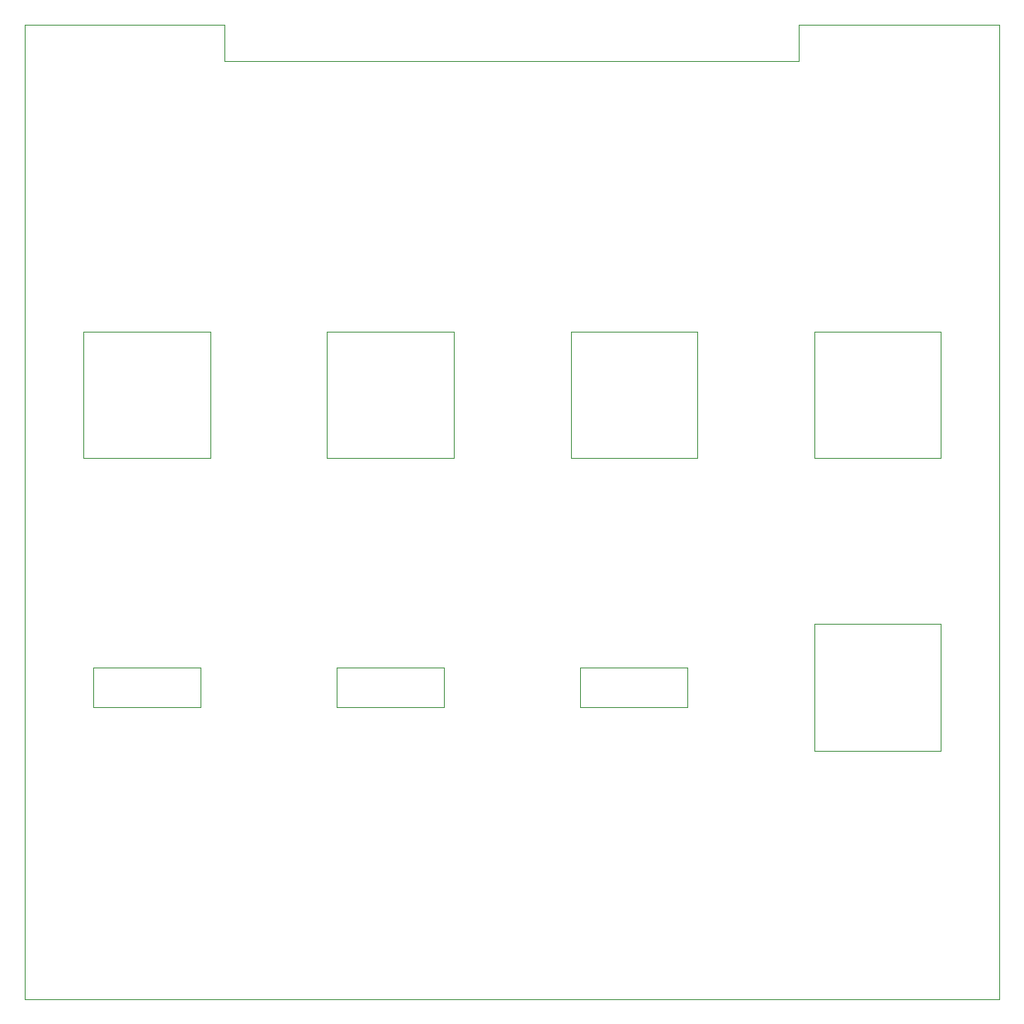
<source format=gm1>
G04 #@! TF.GenerationSoftware,KiCad,Pcbnew,6.0.9-8da3e8f707~116~ubuntu22.04.1*
G04 #@! TF.CreationDate,2022-11-12T12:35:46-05:00*
G04 #@! TF.ProjectId,dso138_testpanel,64736f31-3338-45f7-9465-737470616e65,rev?*
G04 #@! TF.SameCoordinates,Original*
G04 #@! TF.FileFunction,Profile,NP*
%FSLAX46Y46*%
G04 Gerber Fmt 4.6, Leading zero omitted, Abs format (unit mm)*
G04 Created by KiCad (PCBNEW 6.0.9-8da3e8f707~116~ubuntu22.04.1) date 2022-11-12 12:35:46*
%MOMM*%
%LPD*%
G01*
G04 APERTURE LIST*
G04 #@! TA.AperFunction,Profile*
%ADD10C,0.100000*%
G04 #@! TD*
G04 #@! TA.AperFunction,Profile*
%ADD11C,0.050000*%
G04 #@! TD*
G04 APERTURE END LIST*
D10*
X0Y33000000D02*
X0Y133000000D01*
X100000000Y33000000D02*
X0Y33000000D01*
X100000000Y133000000D02*
X100000000Y33000000D01*
X0Y133000000D02*
X20500000Y133000000D01*
X79400000Y133000000D02*
X100000000Y133000000D01*
X79400000Y133000000D02*
X79400000Y129250000D01*
X20500000Y133000000D02*
X20500000Y129250000D01*
X20500000Y129250000D02*
X79400000Y129250000D01*
G04 #@! TO.C,H1*
X6000000Y101500000D02*
X19000000Y101500000D01*
X19000000Y101500000D02*
X19000000Y88500000D01*
X19000000Y88500000D02*
X6000000Y88500000D01*
X6000000Y88500000D02*
X6000000Y101500000D01*
G04 #@! TO.C,H11*
X81000000Y71500000D02*
X94000000Y71500000D01*
X94000000Y71500000D02*
X94000000Y58500000D01*
X94000000Y58500000D02*
X81000000Y58500000D01*
X81000000Y58500000D02*
X81000000Y71500000D01*
G04 #@! TO.C,H10*
X81000000Y101500000D02*
X94000000Y101500000D01*
X94000000Y101500000D02*
X94000000Y88500000D01*
X94000000Y88500000D02*
X81000000Y88500000D01*
X81000000Y88500000D02*
X81000000Y101500000D01*
D11*
G04 #@! TO.C,H2*
X7000000Y67000000D02*
X18000000Y67000000D01*
X18000000Y67000000D02*
X18000000Y63000000D01*
X18000000Y63000000D02*
X7000000Y63000000D01*
X7000000Y63000000D02*
X7000000Y67000000D01*
D10*
G04 #@! TO.C,H7*
X56000000Y101500000D02*
X69000000Y101500000D01*
X69000000Y101500000D02*
X69000000Y88500000D01*
X69000000Y88500000D02*
X56000000Y88500000D01*
X56000000Y88500000D02*
X56000000Y101500000D01*
G04 #@! TO.C,H4*
X31000000Y101500000D02*
X44000000Y101500000D01*
X44000000Y101500000D02*
X44000000Y88500000D01*
X44000000Y88500000D02*
X31000000Y88500000D01*
X31000000Y88500000D02*
X31000000Y101500000D01*
D11*
G04 #@! TO.C,H5*
X32000000Y67000000D02*
X43000000Y67000000D01*
X43000000Y67000000D02*
X43000000Y63000000D01*
X43000000Y63000000D02*
X32000000Y63000000D01*
X32000000Y63000000D02*
X32000000Y67000000D01*
G04 #@! TO.C,H8*
X57000000Y67000000D02*
X68000000Y67000000D01*
X68000000Y67000000D02*
X68000000Y63000000D01*
X68000000Y63000000D02*
X57000000Y63000000D01*
X57000000Y63000000D02*
X57000000Y67000000D01*
G04 #@! TD*
M02*

</source>
